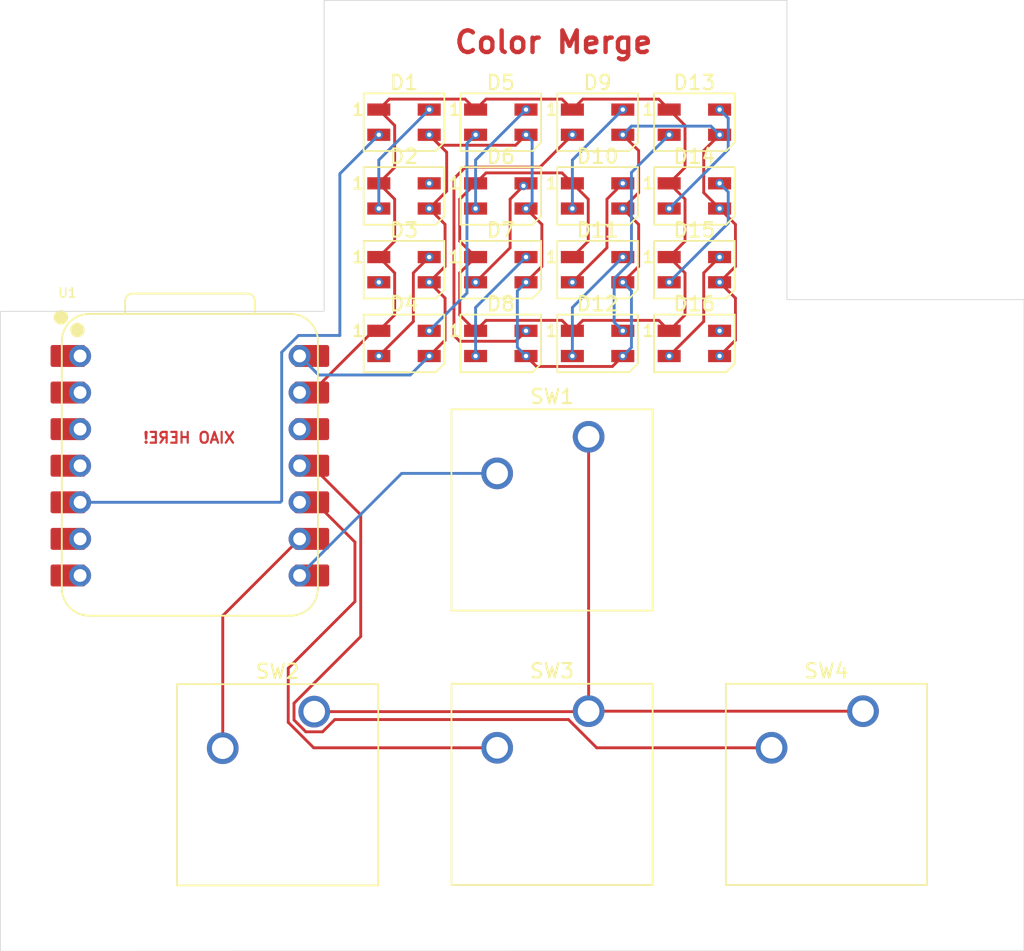
<source format=kicad_pcb>
(kicad_pcb (version 20241229) (generator "pcbnew") (generator_version "9.0")
  (layers (0 "F.Cu" signal) (2 "B.Cu" signal) (13 "F.Paste" user) (15 "B.Paste" user) (5 "F.SilkS" user "F.Silkscreen") (7 "B.SilkS" user "B.Silkscreen") (1 "F.Mask" user) (3 "B.Mask" user) (25 "Edge.Cuts" user))
  (net 0 "")
  (net 1 "Net-(D1-DIN)")
  (net 2 "Net-(D1-DOUT)")
  (net 3 "+5V")
  (net 4 "GND")
  (net 5 "Net-(U1-GPIO1{slash}RX)")
  (net 6 "Net-(U1-GPIO2{slash}SCK)")
  (net 7 "Net-(U1-GPIO4{slash}MISO)")
  (net 8 "Net-(U1-GPIO3{slash}MOSI)")
  (net 15 "Net-(D2-DOUT)")
  (net 17 "Net-(D3-DOUT)")
  (net 18 "Net-(D4-DOUT)")
  (net 19 "Net-(D5-DOUT)")
  (net 20 "Net-(D6-DOUT)")
  (net 21 "Net-(D7-DOUT)")
  (net 22 "Net-(D8-DOUT)")
  (net 23 "Net-(D10-DIN)")
  (net 24 "Net-(D10-DOUT)")
  (net 25 "Net-(D11-DOUT)")
  (net 26 "Net-(D12-DOUT)")
  (net 27 "Net-(D13-DOUT)")
  (net 28 "Net-(D14-DOUT)")
  (net 29 "Net-(D15-DOUT)")
  (net 30 "unconnected-(D16-DOUT-Pad4)")
  (footprint "LED_SMD:LED_SK6812MINI_PLCC4_3.5x3.5mm_P1.75mm" (layer "F.Cu") (at 97.6215 48.0098)
    (property "Reference" "D3" (at 0 -2.75 0) (layer "F.SilkS"))
    (property "Value" "SK6812")
    (fp_line (start -2.8 -2) (end -2.8 2) (stroke (width 0.12)) (layer "F.SilkS"))
    (fp_line (start -2.8 -2) (end 2.8 -2) (stroke (width 0.12)) (layer "F.SilkS"))
    (fp_line (start -2.8 2) (end 2.2 2) (stroke (width 0.12)) (layer "F.SilkS"))
    (fp_line (start 2.8 1.4) (end 2.2 2) (stroke (width 0.12)) (layer "F.SilkS"))
    (fp_line (start 2.8 1.4) (end 2.8 -2) (stroke (width 0.12)) (layer "F.SilkS"))
    (fp_text user "1" (at -3.2 -0.875 0) (layer "F.SilkS") (effects (font (size 0.8 0.8))))
    (pad "1" smd rect (at -1.75 -0.875) (size 1.6 0.85) (layers "F.Cu" "F.Mask" "F.Paste") (net 4 "GND"))
    (pad "2" smd rect (at -1.75 0.875) (size 1.6 0.85) (layers "F.Cu" "F.Mask" "F.Paste") (net 15 "Net-(D2-DOUT)"))
    (pad "3" smd rect (at 1.75 0.875) (size 1.6 0.85) (layers "F.Cu" "F.Mask" "F.Paste") (net 3 "+5V"))
    (pad "4" smd rect (at 1.75 -0.875) (size 1.6 0.85) (layers "F.Cu" "F.Mask" "F.Paste") (net 17 "Net-(D3-DOUT)"))
  )
  (footprint "LED_SMD:LED_SK6812MINI_PLCC4_3.5x3.5mm_P1.75mm" (layer "F.Cu") (at 97.6215 53.1298)
    (property "Reference" "D4" (at 0 -2.75 0) (layer "F.SilkS"))
    (property "Value" "SK6812")
    (fp_line (start -2.8 -2) (end -2.8 2) (stroke (width 0.12)) (layer "F.SilkS"))
    (fp_line (start -2.8 -2) (end 2.8 -2) (stroke (width 0.12)) (layer "F.SilkS"))
    (fp_line (start -2.8 2) (end 2.2 2) (stroke (width 0.12)) (layer "F.SilkS"))
    (fp_line (start 2.8 1.4) (end 2.2 2) (stroke (width 0.12)) (layer "F.SilkS"))
    (fp_line (start 2.8 1.4) (end 2.8 -2) (stroke (width 0.12)) (layer "F.SilkS"))
    (fp_text user "1" (at -3.2 -0.875 0) (layer "F.SilkS") (effects (font (size 0.8 0.8))))
    (pad "1" smd rect (at -1.75 -0.875) (size 1.6 0.85) (layers "F.Cu" "F.Mask" "F.Paste") (net 4 "GND"))
    (pad "2" smd rect (at -1.75 0.875) (size 1.6 0.85) (layers "F.Cu" "F.Mask" "F.Paste") (net 17 "Net-(D3-DOUT)"))
    (pad "3" smd rect (at 1.75 0.875) (size 1.6 0.85) (layers "F.Cu" "F.Mask" "F.Paste") (net 3 "+5V"))
    (pad "4" smd rect (at 1.75 -0.875) (size 1.6 0.85) (layers "F.Cu" "F.Mask" "F.Paste") (net 18 "Net-(D4-DOUT)"))
  )
  (footprint "OPL:XIAO-RP2040-DIP" (layer "F.Cu") (at 82.7532 61.6204)
    (property "Reference" "U1" (at -8.5 -12 0) (layer "F.SilkS") (effects (font (size 0.635 0.635) (thickness 0.1016))))
    (property "Value" "XIAO-RP2040-DIP")
    (fp_line (start -8.89 8.509) (end -8.89 -8.636) (stroke (width 0.127)) (layer "F.SilkS"))
    (fp_line (start -6.985 10.414) (end 6.985 10.414) (stroke (width 0.127)) (layer "F.SilkS"))
    (fp_line (start -4.495 -10.541) (end -4.491272 -11.451272) (stroke (width 0.127)) (layer "F.SilkS"))
    (fp_line (start -3.991272 -11.951) (end 4.004 -11.951) (stroke (width 0.127)) (layer "F.SilkS"))
    (fp_line (start 4.504 -11.451) (end 4.504 -10.541) (stroke (width 0.127)) (layer "F.SilkS"))
    (fp_line (start 6.985 -10.541) (end -6.985 -10.541) (stroke (width 0.1)) (layer "F.SilkS"))
    (fp_line (start 6.985 -10.541) (end -6.985 -10.541) (stroke (width 0.127)) (layer "F.SilkS"))
    (fp_line (start 8.89 8.509) (end 8.89 -8.636) (stroke (width 0.127)) (layer "F.SilkS"))
    (fp_arc (start -8.89 -8.636) (mid -8.332038 -9.983038) (end -6.985 -10.541) (stroke (width 0.127)) (layer "F.SilkS"))
    (fp_arc (start -6.985 10.414) (mid -8.332038 9.856038) (end -8.89 8.509) (stroke (width 0.127)) (layer "F.SilkS"))
    (fp_arc (start -4.491272 -11.451272) (mid -4.344728 -11.80464) (end -3.991272 -11.951) (stroke (width 0.127)) (layer "F.SilkS"))
    (fp_arc (start 4.004 -11.951) (mid 4.357553 -11.804553) (end 4.504 -11.451) (stroke (width 0.127)) (layer "F.SilkS"))
    (fp_arc (start 6.985 -10.541) (mid 8.332038 -9.983038) (end 8.89 -8.636) (stroke (width 0.127)) (layer "F.SilkS"))
    (fp_arc (start 8.89 8.509) (mid 8.332038 9.856038) (end 6.985 10.414) (stroke (width 0.127)) (layer "F.SilkS"))
    (fp_circle (center -8.95 -10.3) (end -8.95 -10.554) (stroke (width 0.5)) (fill yes) (layer "F.SilkS"))
    (fp_circle (center -7.807 -9.42) (end -7.807 -9.674) (stroke (width 0.5)) (fill yes) (layer "F.SilkS"))
    (pad "1" smd roundrect (at -8.455 -7.62 180) (size 2.432 1.524) (layers "F.Cu" "F.Mask") (roundrect_rratio 0.1))
    (pad "1" thru_hole circle (at -7.62 -7.62 180) (size 1.524 1.524) (drill 0.889) (layers "*.Cu" "*.Mask"))
    (pad "2" smd roundrect (at -8.455 -5.08 180) (size 2.432 1.524) (layers "F.Cu" "F.Mask") (roundrect_rratio 0.1))
    (pad "2" thru_hole circle (at -7.62 -5.08 180) (size 1.524 1.524) (drill 0.889) (layers "*.Cu" "*.Mask"))
    (pad "3" smd roundrect (at -8.455 -2.54 180) (size 2.432 1.524) (layers "F.Cu" "F.Mask") (roundrect_rratio 0.1))
    (pad "3" thru_hole circle (at -7.62 -2.54 180) (size 1.524 1.524) (drill 0.889) (layers "*.Cu" "*.Mask"))
    (pad "4" smd roundrect (at -8.455 0 180) (size 2.432 1.524) (layers "F.Cu" "F.Mask") (roundrect_rratio 0.1))
    (pad "4" thru_hole circle (at -7.62 0 180) (size 1.524 1.524) (drill 0.889) (layers "*.Cu" "*.Mask"))
    (pad "5" smd roundrect (at -8.455 2.54 180) (size 2.432 1.524) (layers "F.Cu" "F.Mask") (roundrect_rratio 0.1) (net 1 "Net-(D1-DIN)"))
    (pad "5" thru_hole circle (at -7.62 2.54 180) (size 1.524 1.524) (drill 0.889) (layers "*.Cu" "*.Mask") (net 1 "Net-(D1-DIN)"))
    (pad "6" smd roundrect (at -8.455 5.08 180) (size 2.432 1.524) (layers "F.Cu" "F.Mask") (roundrect_rratio 0.1))
    (pad "6" thru_hole circle (at -7.62 5.08 180) (size 1.524 1.524) (drill 0.889) (layers "*.Cu" "*.Mask"))
    (pad "7" smd roundrect (at -8.455 7.62 180) (size 2.432 1.524) (layers "F.Cu" "F.Mask") (roundrect_rratio 0.1))
    (pad "7" thru_hole circle (at -7.62 7.62 180) (size 1.524 1.524) (drill 0.889) (layers "*.Cu" "*.Mask"))
    (pad "8" thru_hole circle (at 7.62 7.62) (size 1.524 1.524) (drill 0.889) (layers "*.Cu" "*.Mask") (net 5 "Net-(U1-GPIO1{slash}RX)"))
    (pad "8" smd roundrect (at 8.455 7.62) (size 2.432 1.524) (layers "F.Cu" "F.Mask") (roundrect_rratio 0.1) (net 5 "Net-(U1-GPIO1{slash}RX)"))
    (pad "9" thru_hole circle (at 7.62 5.08) (size 1.524 1.524) (drill 0.889) (layers "*.Cu" "*.Mask") (net 6 "Net-(U1-GPIO2{slash}SCK)"))
    (pad "9" smd roundrect (at 8.455 5.08) (size 2.432 1.524) (layers "F.Cu" "F.Mask") (roundrect_rratio 0.1) (net 6 "Net-(U1-GPIO2{slash}SCK)"))
    (pad "10" thru_hole circle (at 7.62 2.54) (size 1.524 1.524) (drill 0.889) (layers "*.Cu" "*.Mask") (net 7 "Net-(U1-GPIO4{slash}MISO)"))
    (pad "10" smd roundrect (at 8.455 2.54) (size 2.432 1.524) (layers "F.Cu" "F.Mask") (roundrect_rratio 0.1) (net 7 "Net-(U1-GPIO4{slash}MISO)"))
    (pad "11" thru_hole circle (at 7.62 0) (size 1.524 1.524) (drill 0.889) (layers "*.Cu" "*.Mask") (net 8 "Net-(U1-GPIO3{slash}MOSI)"))
    (pad "11" smd roundrect (at 8.455 0) (size 2.432 1.524) (layers "F.Cu" "F.Mask") (roundrect_rratio 0.1) (net 8 "Net-(U1-GPIO3{slash}MOSI)"))
    (pad "12" thru_hole circle (at 7.62 -2.54) (size 1.524 1.524) (drill 0.889) (layers "*.Cu" "*.Mask"))
    (pad "12" smd roundrect (at 8.455 -2.54) (size 2.432 1.524) (layers "F.Cu" "F.Mask") (roundrect_rratio 0.1))
    (pad "13" thru_hole circle (at 7.62 -5.08) (size 1.524 1.524) (drill 0.889) (layers "*.Cu" "*.Mask") (net 4 "GND"))
    (pad "13" smd roundrect (at 8.455 -5.08) (size 2.432 1.524) (layers "F.Cu" "F.Mask") (roundrect_rratio 0.1) (net 4 "GND"))
    (pad "14" thru_hole circle (at 7.62 -7.62) (size 1.524 1.524) (drill 0.889) (layers "*.Cu" "*.Mask") (net 3 "+5V"))
    (pad "14" smd roundrect (at 8.455 -7.62) (size 2.432 1.524) (layers "F.Cu" "F.Mask") (roundrect_rratio 0.1) (net 3 "+5V"))
  )
  (footprint "LED_SMD:LED_SK6812MINI_PLCC4_3.5x3.5mm_P1.75mm" (layer "F.Cu") (at 104.3415 53.1298)
    (property "Reference" "D8" (at 0 -2.75 0) (layer "F.SilkS"))
    (property "Value" "SK6812")
    (fp_line (start -2.8 -2) (end -2.8 2) (stroke (width 0.12)) (layer "F.SilkS"))
    (fp_line (start -2.8 -2) (end 2.8 -2) (stroke (width 0.12)) (layer "F.SilkS"))
    (fp_line (start -2.8 2) (end 2.2 2) (stroke (width 0.12)) (layer "F.SilkS"))
    (fp_line (start 2.8 1.4) (end 2.2 2) (stroke (width 0.12)) (layer "F.SilkS"))
    (fp_line (start 2.8 1.4) (end 2.8 -2) (stroke (width 0.12)) (layer "F.SilkS"))
    (fp_text user "1" (at -3.2 -0.875 0) (layer "F.SilkS") (effects (font (size 0.8 0.8))))
    (pad "1" smd rect (at -1.75 -0.875) (size 1.6 0.85) (layers "F.Cu" "F.Mask" "F.Paste") (net 4 "GND"))
    (pad "2" smd rect (at -1.75 0.875) (size 1.6 0.85) (layers "F.Cu" "F.Mask" "F.Paste") (net 21 "Net-(D7-DOUT)"))
    (pad "3" smd rect (at 1.75 0.875) (size 1.6 0.85) (layers "F.Cu" "F.Mask" "F.Paste") (net 3 "+5V"))
    (pad "4" smd rect (at 1.75 -0.875) (size 1.6 0.85) (layers "F.Cu" "F.Mask" "F.Paste") (net 22 "Net-(D8-DOUT)"))
  )
  (footprint "LED_SMD:LED_SK6812MINI_PLCC4_3.5x3.5mm_P1.75mm" (layer "F.Cu") (at 111.0615 48.0098)
    (property "Reference" "D11" (at 0 -2.75 0) (layer "F.SilkS"))
    (property "Value" "SK6812")
    (fp_line (start -2.8 -2) (end -2.8 2) (stroke (width 0.12)) (layer "F.SilkS"))
    (fp_line (start -2.8 -2) (end 2.8 -2) (stroke (width 0.12)) (layer "F.SilkS"))
    (fp_line (start -2.8 2) (end 2.2 2) (stroke (width 0.12)) (layer "F.SilkS"))
    (fp_line (start 2.8 1.4) (end 2.2 2) (stroke (width 0.12)) (layer "F.SilkS"))
    (fp_line (start 2.8 1.4) (end 2.8 -2) (stroke (width 0.12)) (layer "F.SilkS"))
    (fp_text user "1" (at -3.2 -0.875 0) (layer "F.SilkS") (effects (font (size 0.8 0.8))))
    (pad "1" smd rect (at -1.75 -0.875) (size 1.6 0.85) (layers "F.Cu" "F.Mask" "F.Paste") (net 4 "GND"))
    (pad "2" smd rect (at -1.75 0.875) (size 1.6 0.85) (layers "F.Cu" "F.Mask" "F.Paste") (net 24 "Net-(D10-DOUT)"))
    (pad "3" smd rect (at 1.75 0.875) (size 1.6 0.85) (layers "F.Cu" "F.Mask" "F.Paste") (net 3 "+5V"))
    (pad "4" smd rect (at 1.75 -0.875) (size 1.6 0.85) (layers "F.Cu" "F.Mask" "F.Paste") (net 25 "Net-(D11-DOUT)"))
  )
  (footprint "LED_SMD:LED_SK6812MINI_PLCC4_3.5x3.5mm_P1.75mm" (layer "F.Cu") (at 111.0615 42.8898)
    (property "Reference" "D10" (at 0 -2.75 0) (layer "F.SilkS"))
    (property "Value" "SK6812")
    (fp_line (start -2.8 -2) (end -2.8 2) (stroke (width 0.12)) (layer "F.SilkS"))
    (fp_line (start -2.8 -2) (end 2.8 -2) (stroke (width 0.12)) (layer "F.SilkS"))
    (fp_line (start -2.8 2) (end 2.2 2) (stroke (width 0.12)) (layer "F.SilkS"))
    (fp_line (start 2.8 1.4) (end 2.2 2) (stroke (width 0.12)) (layer "F.SilkS"))
    (fp_line (start 2.8 1.4) (end 2.8 -2) (stroke (width 0.12)) (layer "F.SilkS"))
    (fp_text user "1" (at -3.2 -0.875 0) (layer "F.SilkS") (effects (font (size 0.8 0.8))))
    (pad "1" smd rect (at -1.75 -0.875) (size 1.6 0.85) (layers "F.Cu" "F.Mask" "F.Paste") (net 4 "GND"))
    (pad "2" smd rect (at -1.75 0.875) (size 1.6 0.85) (layers "F.Cu" "F.Mask" "F.Paste") (net 23 "Net-(D10-DIN)"))
    (pad "3" smd rect (at 1.75 0.875) (size 1.6 0.85) (layers "F.Cu" "F.Mask" "F.Paste") (net 3 "+5V"))
    (pad "4" smd rect (at 1.75 -0.875) (size 1.6 0.85) (layers "F.Cu" "F.Mask" "F.Paste") (net 24 "Net-(D10-DOUT)"))
  )
  (footprint "LED_SMD:LED_SK6812MINI_PLCC4_3.5x3.5mm_P1.75mm" (layer "F.Cu") (at 97.6215 37.7698)
    (property "Reference" "D1" (at 0 -2.75 0) (layer "F.SilkS"))
    (property "Value" "SK6812")
    (fp_line (start -2.8 -2) (end -2.8 2) (stroke (width 0.12)) (layer "F.SilkS"))
    (fp_line (start -2.8 -2) (end 2.8 -2) (stroke (width 0.12)) (layer "F.SilkS"))
    (fp_line (start -2.8 2) (end 2.2 2) (stroke (width 0.12)) (layer "F.SilkS"))
    (fp_line (start 2.8 1.4) (end 2.2 2) (stroke (width 0.12)) (layer "F.SilkS"))
    (fp_line (start 2.8 1.4) (end 2.8 -2) (stroke (width 0.12)) (layer "F.SilkS"))
    (fp_text user "1" (at -3.2 -0.875 0) (layer "F.SilkS") (effects (font (size 0.8 0.8))))
    (pad "1" smd rect (at -1.75 -0.875) (size 1.6 0.85) (layers "F.Cu" "F.Mask" "F.Paste") (net 4 "GND"))
    (pad "2" smd rect (at -1.75 0.875) (size 1.6 0.85) (layers "F.Cu" "F.Mask" "F.Paste") (net 1 "Net-(D1-DIN)"))
    (pad "3" smd rect (at 1.75 0.875) (size 1.6 0.85) (layers "F.Cu" "F.Mask" "F.Paste") (net 3 "+5V"))
    (pad "4" smd rect (at 1.75 -0.875) (size 1.6 0.85) (layers "F.Cu" "F.Mask" "F.Paste") (net 2 "Net-(D1-DOUT)"))
  )
  (footprint "Button_Switch_Keyboard:SW_Cherry_MX_1.00u_PCB" (layer "F.Cu") (at 110.4392 59.6138)
    (property "Reference" "SW1" (at -2.54 -2.794 0) (layer "F.SilkS"))
    (property "Value" "SW_Push")
    (fp_line (start -9.525 -1.905) (end 4.445 -1.905) (stroke (width 0.12)) (layer "F.SilkS"))
    (fp_line (start -9.525 12.065) (end -9.525 -1.905) (stroke (width 0.12)) (layer "F.SilkS"))
    (fp_line (start 4.445 -1.905) (end 4.445 12.065) (stroke (width 0.12)) (layer "F.SilkS"))
    (fp_line (start 4.445 12.065) (end -9.525 12.065) (stroke (width 0.12)) (layer "F.SilkS"))
    (pad "" np_thru_hole circle (at -7.62 5.08) (size 1.7 1.7) (drill 1.7) (layers "*.Cu" "*.Mask"))
    (pad "" np_thru_hole circle (at -2.54 5.08) (size 4 4) (drill 4) (layers "*.Cu" "*.Mask"))
    (pad "" np_thru_hole circle (at 2.54 5.08) (size 1.7 1.7) (drill 1.7) (layers "*.Cu" "*.Mask"))
    (pad "1" thru_hole circle (at 0 0) (size 2.2 2.2) (drill 1.5) (layers "*.Cu" "*.Mask") (net 4 "GND"))
    (pad "2" thru_hole circle (at -6.35 2.54) (size 2.2 2.2) (drill 1.5) (layers "*.Cu" "*.Mask") (net 5 "Net-(U1-GPIO1{slash}RX)"))
  )
  (footprint "Button_Switch_Keyboard:SW_Cherry_MX_1.00u_PCB" (layer "F.Cu") (at 129.4892 78.6638)
    (property "Reference" "SW4" (at -2.54 -2.794 0) (layer "F.SilkS"))
    (property "Value" "SW_Push")
    (fp_line (start -9.525 -1.905) (end 4.445 -1.905) (stroke (width 0.12)) (layer "F.SilkS"))
    (fp_line (start -9.525 12.065) (end -9.525 -1.905) (stroke (width 0.12)) (layer "F.SilkS"))
    (fp_line (start 4.445 -1.905) (end 4.445 12.065) (stroke (width 0.12)) (layer "F.SilkS"))
    (fp_line (start 4.445 12.065) (end -9.525 12.065) (stroke (width 0.12)) (layer "F.SilkS"))
    (pad "" np_thru_hole circle (at -7.62 5.08) (size 1.7 1.7) (drill 1.7) (layers "*.Cu" "*.Mask"))
    (pad "" np_thru_hole circle (at -2.54 5.08) (size 4 4) (drill 4) (layers "*.Cu" "*.Mask"))
    (pad "" np_thru_hole circle (at 2.54 5.08) (size 1.7 1.7) (drill 1.7) (layers "*.Cu" "*.Mask"))
    (pad "1" thru_hole circle (at 0 0) (size 2.2 2.2) (drill 1.5) (layers "*.Cu" "*.Mask") (net 4 "GND"))
    (pad "2" thru_hole circle (at -6.35 2.54) (size 2.2 2.2) (drill 1.5) (layers "*.Cu" "*.Mask") (net 8 "Net-(U1-GPIO3{slash}MOSI)"))
  )
  (footprint "LED_SMD:LED_SK6812MINI_PLCC4_3.5x3.5mm_P1.75mm" (layer "F.Cu") (at 117.7815 48.0098)
    (property "Reference" "D15" (at 0 -2.75 0) (layer "F.SilkS"))
    (property "Value" "SK6812")
    (fp_line (start -2.8 -2) (end -2.8 2) (stroke (width 0.12)) (layer "F.SilkS"))
    (fp_line (start -2.8 -2) (end 2.8 -2) (stroke (width 0.12)) (layer "F.SilkS"))
    (fp_line (start -2.8 2) (end 2.2 2) (stroke (width 0.12)) (layer "F.SilkS"))
    (fp_line (start 2.8 1.4) (end 2.2 2) (stroke (width 0.12)) (layer "F.SilkS"))
    (fp_line (start 2.8 1.4) (end 2.8 -2) (stroke (width 0.12)) (layer "F.SilkS"))
    (fp_text user "1" (at -3.2 -0.875 0) (layer "F.SilkS") (effects (font (size 0.8 0.8))))
    (pad "1" smd rect (at -1.75 -0.875) (size 1.6 0.85) (layers "F.Cu" "F.Mask" "F.Paste") (net 4 "GND"))
    (pad "2" smd rect (at -1.75 0.875) (size 1.6 0.85) (layers "F.Cu" "F.Mask" "F.Paste") (net 28 "Net-(D14-DOUT)"))
    (pad "3" smd rect (at 1.75 0.875) (size 1.6 0.85) (layers "F.Cu" "F.Mask" "F.Paste") (net 3 "+5V"))
    (pad "4" smd rect (at 1.75 -0.875) (size 1.6 0.85) (layers "F.Cu" "F.Mask" "F.Paste") (net 29 "Net-(D15-DOUT)"))
  )
  (footprint "LED_SMD:LED_SK6812MINI_PLCC4_3.5x3.5mm_P1.75mm" (layer "F.Cu") (at 117.7815 37.7698)
    (property "Reference" "D13" (at 0 -2.75 0) (layer "F.SilkS"))
    (property "Value" "SK6812")
    (fp_line (start -2.8 -2) (end -2.8 2) (stroke (width 0.12)) (layer "F.SilkS"))
    (fp_line (start -2.8 -2) (end 2.8 -2) (stroke (width 0.12)) (layer "F.SilkS"))
    (fp_line (start -2.8 2) (end 2.2 2) (stroke (width 0.12)) (layer "F.SilkS"))
    (fp_line (start 2.8 1.4) (end 2.2 2) (stroke (width 0.12)) (layer "F.SilkS"))
    (fp_line (start 2.8 1.4) (end 2.8 -2) (stroke (width 0.12)) (layer "F.SilkS"))
    (fp_text user "1" (at -3.2 -0.875 0) (layer "F.SilkS") (effects (font (size 0.8 0.8))))
    (pad "1" smd rect (at -1.75 -0.875) (size 1.6 0.85) (layers "F.Cu" "F.Mask" "F.Paste") (net 4 "GND"))
    (pad "2" smd rect (at -1.75 0.875) (size 1.6 0.85) (layers "F.Cu" "F.Mask" "F.Paste") (net 26 "Net-(D12-DOUT)"))
    (pad "3" smd rect (at 1.75 0.875) (size 1.6 0.85) (layers "F.Cu" "F.Mask" "F.Paste") (net 3 "+5V"))
    (pad "4" smd rect (at 1.75 -0.875) (size 1.6 0.85) (layers "F.Cu" "F.Mask" "F.Paste") (net 27 "Net-(D13-DOUT)"))
  )
  (footprint "Button_Switch_Keyboard:SW_Cherry_MX_1.00u_PCB" (layer "F.Cu") (at 110.4392 78.6638)
    (property "Reference" "SW3" (at -2.54 -2.794 0) (layer "F.SilkS"))
    (property "Value" "SW_Push")
    (fp_line (start -9.525 -1.905) (end 4.445 -1.905) (stroke (width 0.12)) (layer "F.SilkS"))
    (fp_line (start -9.525 12.065) (end -9.525 -1.905) (stroke (width 0.12)) (layer "F.SilkS"))
    (fp_line (start 4.445 -1.905) (end 4.445 12.065) (stroke (width 0.12)) (layer "F.SilkS"))
    (fp_line (start 4.445 12.065) (end -9.525 12.065) (stroke (width 0.12)) (layer "F.SilkS"))
    (pad "" np_thru_hole circle (at -7.62 5.08) (size 1.7 1.7) (drill 1.7) (layers "*.Cu" "*.Mask"))
    (pad "" np_thru_hole circle (at -2.54 5.08) (size 4 4) (drill 4) (layers "*.Cu" "*.Mask"))
    (pad "" np_thru_hole circle (at 2.54 5.08) (size 1.7 1.7) (drill 1.7) (layers "*.Cu" "*.Mask"))
    (pad "1" thru_hole circle (at 0 0) (size 2.2 2.2) (drill 1.5) (layers "*.Cu" "*.Mask") (net 4 "GND"))
    (pad "2" thru_hole circle (at -6.35 2.54) (size 2.2 2.2) (drill 1.5) (layers "*.Cu" "*.Mask") (net 7 "Net-(U1-GPIO4{slash}MISO)"))
  )
  (footprint "LED_SMD:LED_SK6812MINI_PLCC4_3.5x3.5mm_P1.75mm" (layer "F.Cu") (at 104.3415 37.7698)
    (property "Reference" "D5" (at 0 -2.75 0) (layer "F.SilkS"))
    (property "Value" "SK6812")
    (fp_line (start -2.8 -2) (end -2.8 2) (stroke (width 0.12)) (layer "F.SilkS"))
    (fp_line (start -2.8 -2) (end 2.8 -2) (stroke (width 0.12)) (layer "F.SilkS"))
    (fp_line (start -2.8 2) (end 2.2 2) (stroke (width 0.12)) (layer "F.SilkS"))
    (fp_line (start 2.8 1.4) (end 2.2 2) (stroke (width 0.12)) (layer "F.SilkS"))
    (fp_line (start 2.8 1.4) (end 2.8 -2) (stroke (width 0.12)) (layer "F.SilkS"))
    (fp_text user "1" (at -3.2 -0.875 0) (layer "F.SilkS") (effects (font (size 0.8 0.8))))
    (pad "1" smd rect (at -1.75 -0.875) (size 1.6 0.85) (layers "F.Cu" "F.Mask" "F.Paste") (net 4 "GND"))
    (pad "2" smd rect (at -1.75 0.875) (size 1.6 0.85) (layers "F.Cu" "F.Mask" "F.Paste") (net 18 "Net-(D4-DOUT)"))
    (pad "3" smd rect (at 1.75 0.875) (size 1.6 0.85) (layers "F.Cu" "F.Mask" "F.Paste") (net 3 "+5V"))
    (pad "4" smd rect (at 1.75 -0.875) (size 1.6 0.85) (layers "F.Cu" "F.Mask" "F.Paste") (net 19 "Net-(D5-DOUT)"))
  )
  (footprint "LED_SMD:LED_SK6812MINI_PLCC4_3.5x3.5mm_P1.75mm" (layer "F.Cu") (at 117.7815 53.1298)
    (property "Reference" "D16" (at 0 -2.75 0) (layer "F.SilkS"))
    (property "Value" "SK6812")
    (fp_line (start -2.8 -2) (end -2.8 2) (stroke (width 0.12)) (layer "F.SilkS"))
    (fp_line (start -2.8 -2) (end 2.8 -2) (stroke (width 0.12)) (layer "F.SilkS"))
    (fp_line (start -2.8 2) (end 2.2 2) (stroke (width 0.12)) (layer "F.SilkS"))
    (fp_line (start 2.8 1.4) (end 2.2 2) (stroke (width 0.12)) (layer "F.SilkS"))
    (fp_line (start 2.8 1.4) (end 2.8 -2) (stroke (width 0.12)) (layer "F.SilkS"))
    (fp_text user "1" (at -3.2 -0.875 0) (layer "F.SilkS") (effects (font (size 0.8 0.8))))
    (pad "1" smd rect (at -1.75 -0.875) (size 1.6 0.85) (layers "F.Cu" "F.Mask" "F.Paste") (net 4 "GND"))
    (pad "2" smd rect (at -1.75 0.875) (size 1.6 0.85) (layers "F.Cu" "F.Mask" "F.Paste") (net 29 "Net-(D15-DOUT)"))
    (pad "3" smd rect (at 1.75 0.875) (size 1.6 0.85) (layers "F.Cu" "F.Mask" "F.Paste") (net 3 "+5V"))
    (pad "4" smd rect (at 1.75 -0.875) (size 1.6 0.85) (layers "F.Cu" "F.Mask" "F.Paste") (net 30 "unconnected-(D16-DOUT-Pad4)"))
  )
  (footprint "LED_SMD:LED_SK6812MINI_PLCC4_3.5x3.5mm_P1.75mm" (layer "F.Cu") (at 117.7815 42.8898)
    (property "Reference" "D14" (at 0 -2.75 0) (layer "F.SilkS"))
    (property "Value" "SK6812")
    (fp_line (start -2.8 -2) (end -2.8 2) (stroke (width 0.12)) (layer "F.SilkS"))
    (fp_line (start -2.8 -2) (end 2.8 -2) (stroke (width 0.12)) (layer "F.SilkS"))
    (fp_line (start -2.8 2) (end 2.2 2) (stroke (width 0.12)) (layer "F.SilkS"))
    (fp_line (start 2.8 1.4) (end 2.2 2) (stroke (width 0.12)) (layer "F.SilkS"))
    (fp_line (start 2.8 1.4) (end 2.8 -2) (stroke (width 0.12)) (layer "F.SilkS"))
    (fp_text user "1" (at -3.2 -0.875 0) (layer "F.SilkS") (effects (font (size 0.8 0.8))))
    (pad "1" smd rect (at -1.75 -0.875) (size 1.6 0.85) (layers "F.Cu" "F.Mask" "F.Paste") (net 4 "GND"))
    (pad "2" smd rect (at -1.75 0.875) (size 1.6 0.85) (layers "F.Cu" "F.Mask" "F.Paste") (net 27 "Net-(D13-DOUT)"))
    (pad "3" smd rect (at 1.75 0.875) (size 1.6 0.85) (layers "F.Cu" "F.Mask" "F.Paste") (net 3 "+5V"))
    (pad "4" smd rect (at 1.75 -0.875) (size 1.6 0.85) (layers "F.Cu" "F.Mask" "F.Paste") (net 28 "Net-(D14-DOUT)"))
  )
  (footprint "LED_SMD:LED_SK6812MINI_PLCC4_3.5x3.5mm_P1.75mm" (layer "F.Cu") (at 104.3415 48.0098)
    (property "Reference" "D7" (at 0 -2.75 0) (layer "F.SilkS"))
    (property "Value" "SK6812")
    (fp_line (start -2.8 -2) (end -2.8 2) (stroke (width 0.12)) (layer "F.SilkS"))
    (fp_line (start -2.8 -2) (end 2.8 -2) (stroke (width 0.12)) (layer "F.SilkS"))
    (fp_line (start -2.8 2) (end 2.2 2) (stroke (width 0.12)) (layer "F.SilkS"))
    (fp_line (start 2.8 1.4) (end 2.2 2) (stroke (width 0.12)) (layer "F.SilkS"))
    (fp_line (start 2.8 1.4) (end 2.8 -2) (stroke (width 0.12)) (layer "F.SilkS"))
    (fp_text user "1" (at -3.2 -0.875 0) (layer "F.SilkS") (effects (font (size 0.8 0.8))))
    (pad "1" smd rect (at -1.75 -0.875) (size 1.6 0.85) (layers "F.Cu" "F.Mask" "F.Paste") (net 4 "GND"))
    (pad "2" smd rect (at -1.75 0.875) (size 1.6 0.85) (layers "F.Cu" "F.Mask" "F.Paste") (net 20 "Net-(D6-DOUT)"))
    (pad "3" smd rect (at 1.75 0.875) (size 1.6 0.85) (layers "F.Cu" "F.Mask" "F.Paste") (net 3 "+5V"))
    (pad "4" smd rect (at 1.75 -0.875) (size 1.6 0.85) (layers "F.Cu" "F.Mask" "F.Paste") (net 21 "Net-(D7-DOUT)"))
  )
  (footprint "Button_Switch_Keyboard:SW_Cherry_MX_1.00u_PCB" (layer "F.Cu") (at 91.3867 78.6938)
    (property "Reference" "SW2" (at -2.54 -2.794 0) (layer "F.SilkS"))
    (property "Value" "SW_Push")
    (fp_line (start -9.525 -1.905) (end 4.445 -1.905) (stroke (width 0.12)) (layer "F.SilkS"))
    (fp_line (start -9.525 12.065) (end -9.525 -1.905) (stroke (width 0.12)) (layer "F.SilkS"))
    (fp_line (start 4.445 -1.905) (end 4.445 12.065) (stroke (width 0.12)) (layer "F.SilkS"))
    (fp_line (start 4.445 12.065) (end -9.525 12.065) (stroke (width 0.12)) (layer "F.SilkS"))
    (pad "" np_thru_hole circle (at -7.62 5.08) (size 1.7 1.7) (drill 1.7) (layers "*.Cu" "*.Mask"))
    (pad "" np_thru_hole circle (at -2.54 5.08) (size 4 4) (drill 4) (layers "*.Cu" "*.Mask"))
    (pad "" np_thru_hole circle (at 2.54 5.08) (size 1.7 1.7) (drill 1.7) (layers "*.Cu" "*.Mask"))
    (pad "1" thru_hole circle (at 0 0) (size 2.2 2.2) (drill 1.5) (layers "*.Cu" "*.Mask") (net 4 "GND"))
    (pad "2" thru_hole circle (at -6.35 2.54) (size 2.2 2.2) (drill 1.5) (layers "*.Cu" "*.Mask") (net 6 "Net-(U1-GPIO2{slash}SCK)"))
  )
  (footprint "LED_SMD:LED_SK6812MINI_PLCC4_3.5x3.5mm_P1.75mm" (layer "F.Cu") (at 111.0615 53.1298)
    (property "Reference" "D12" (at 0 -2.75 0) (layer "F.SilkS"))
    (property "Value" "SK6812")
    (fp_line (start -2.8 -2) (end -2.8 2) (stroke (width 0.12)) (layer "F.SilkS"))
    (fp_line (start -2.8 -2) (end 2.8 -2) (stroke (width 0.12)) (layer "F.SilkS"))
    (fp_line (start -2.8 2) (end 2.2 2) (stroke (width 0.12)) (layer "F.SilkS"))
    (fp_line (start 2.8 1.4) (end 2.2 2) (stroke (width 0.12)) (layer "F.SilkS"))
    (fp_line (start 2.8 1.4) (end 2.8 -2) (stroke (width 0.12)) (layer "F.SilkS"))
    (fp_text user "1" (at -3.2 -0.875 0) (layer "F.SilkS") (effects (font (size 0.8 0.8))))
    (pad "1" smd rect (at -1.75 -0.875) (size 1.6 0.85) (layers "F.Cu" "F.Mask" "F.Paste") (net 4 "GND"))
    (pad "2" smd rect (at -1.75 0.875) (size 1.6 0.85) (layers "F.Cu" "F.Mask" "F.Paste") (net 25 "Net-(D11-DOUT)"))
    (pad "3" smd rect (at 1.75 0.875) (size 1.6 0.85) (layers "F.Cu" "F.Mask" "F.Paste") (net 3 "+5V"))
    (pad "4" smd rect (at 1.75 -0.875) (size 1.6 0.85) (layers "F.Cu" "F.Mask" "F.Paste") (net 26 "Net-(D12-DOUT)"))
  )
  (footprint "LED_SMD:LED_SK6812MINI_PLCC4_3.5x3.5mm_P1.75mm" (layer "F.Cu") (at 97.6215 42.8898)
    (property "Reference" "D2" (at 0 -2.75 0) (layer "F.SilkS"))
    (property "Value" "SK6812")
    (fp_line (start -2.8 -2) (end -2.8 2) (stroke (width 0.12)) (layer "F.SilkS"))
    (fp_line (start -2.8 -2) (end 2.8 -2) (stroke (width 0.12)) (layer "F.SilkS"))
    (fp_line (start -2.8 2) (end 2.2 2) (stroke (width 0.12)) (layer "F.SilkS"))
    (fp_line (start 2.8 1.4) (end 2.2 2) (stroke (width 0.12)) (layer "F.SilkS"))
    (fp_line (start 2.8 1.4) (end 2.8 -2) (stroke (width 0.12)) (layer "F.SilkS"))
    (fp_text user "1" (at -3.2 -0.875 0) (layer "F.SilkS") (effects (font (size 0.8 0.8))))
    (pad "1" smd rect (at -1.75 -0.875) (size 1.6 0.85) (layers "F.Cu" "F.Mask" "F.Paste") (net 4 "GND"))
    (pad "2" smd rect (at -1.75 0.875) (size 1.6 0.85) (layers "F.Cu" "F.Mask" "F.Paste") (net 2 "Net-(D1-DOUT)"))
    (pad "3" smd rect (at 1.75 0.875) (size 1.6 0.85) (layers "F.Cu" "F.Mask" "F.Paste") (net 3 "+5V"))
    (pad "4" smd rect (at 1.75 -0.875) (size 1.6 0.85) (layers "F.Cu" "F.Mask" "F.Paste") (net 15 "Net-(D2-DOUT)"))
  )
  (footprint "LED_SMD:LED_SK6812MINI_PLCC4_3.5x3.5mm_P1.75mm" (layer "F.Cu") (at 111.0615 37.7698)
    (property "Reference" "D9" (at 0 -2.75 0) (layer "F.SilkS"))
    (property "Value" "SK6812")
    (fp_line (start -2.8 -2) (end -2.8 2) (stroke (width 0.12)) (layer "F.SilkS"))
    (fp_line (start -2.8 -2) (end 2.8 -2) (stroke (width 0.12)) (layer "F.SilkS"))
    (fp_line (start -2.8 2) (end 2.2 2) (stroke (width 0.12)) (layer "F.SilkS"))
    (fp_line (start 2.8 1.4) (end 2.2 2) (stroke (width 0.12)) (layer "F.SilkS"))
    (fp_line (start 2.8 1.4) (end 2.8 -2) (stroke (width 0.12)) (layer "F.SilkS"))
    (fp_text user "1" (at -3.2 -0.875 0) (layer "F.SilkS") (effects (font (size 0.8 0.8))))
    (pad "1" smd rect (at -1.75 -0.875) (size 1.6 0.85) (layers "F.Cu" "F.Mask" "F.Paste") (net 4 "GND"))
    (pad "2" smd rect (at -1.75 0.875) (size 1.6 0.85) (layers "F.Cu" "F.Mask" "F.Paste") (net 22 "Net-(D8-DOUT)"))
    (pad "3" smd rect (at 1.75 0.875) (size 1.6 0.85) (layers "F.Cu" "F.Mask" "F.Paste") (net 3 "+5V"))
    (pad "4" smd rect (at 1.75 -0.875) (size 1.6 0.85) (layers "F.Cu" "F.Mask" "F.Paste") (net 23 "Net-(D10-DIN)"))
  )
  (footprint "LED_SMD:LED_SK6812MINI_PLCC4_3.5x3.5mm_P1.75mm" (layer "F.Cu") (at 104.3415 42.8898)
    (property "Reference" "D6" (at 0 -2.75 0) (layer "F.SilkS"))
    (property "Value" "SK6812")
    (fp_line (start -2.8 -2) (end -2.8 2) (stroke (width 0.12)) (layer "F.SilkS"))
    (fp_line (start -2.8 -2) (end 2.8 -2) (stroke (width 0.12)) (layer "F.SilkS"))
    (fp_line (start -2.8 2) (end 2.2 2) (stroke (width 0.12)) (layer "F.SilkS"))
    (fp_line (start 2.8 1.4) (end 2.2 2) (stroke (width 0.12)) (layer "F.SilkS"))
    (fp_line (start 2.8 1.4) (end 2.8 -2) (stroke (width 0.12)) (layer "F.SilkS"))
    (fp_text user "1" (at -3.2 -0.875 0) (layer "F.SilkS") (effects (font (size 0.8 0.8))))
    (pad "1" smd rect (at -1.75 -0.875) (size 1.6 0.85) (layers "F.Cu" "F.Mask" "F.Paste") (net 4 "GND"))
    (pad "2" smd rect (at -1.75 0.875) (size 1.6 0.85) (layers "F.Cu" "F.Mask" "F.Paste") (net 19 "Net-(D5-DOUT)"))
    (pad "3" smd rect (at 1.75 0.875) (size 1.6 0.85) (layers "F.Cu" "F.Mask" "F.Paste") (net 3 "+5V"))
    (pad "4" smd rect (at 1.75 -0.875) (size 1.6 0.85) (layers "F.Cu" "F.Mask" "F.Paste") (net 20 "Net-(D6-DOUT)"))
  )
  (gr_poly (pts (xy 69.597 50.9016) (xy 92.075 50.9016) (xy 92.075 29.3116) (xy 124.206 29.3116) (xy 124.206 50.0888) (xy 140.6652 50.0888) (xy 140.6652 95.3008) (xy 69.597 95.3262)) (stroke (width 0.05)) (fill no) (layer "Edge.Cuts"))
  (gr_text "XIAO HERE!" (at 85.9536 60.1218 0) (layer "F.Cu") (effects (font (size 0.75 0.75) (thickness 0.15) (bold yes)) (justify left bottom mirror)))
  (gr_text "Color Merge" (at 100.9904 33.0962 0) (layer "F.Cu") (effects (font (size 1.5 1.5) (thickness 0.3) (bold yes)) (justify left bottom)))
  (segment (start 75.1332 64.1604) (end 74.4982 64.1604) (width 0.2) (layer "F.Cu") (net 1))
  (via (at 95.8715 38.6448) (size 0.6) (drill 0.3) (layers "F.Cu" "B.Cu") (net 1))
  (segment (start 89.1286 64.0588) (end 89.1286 53.74169) (width 0.2) (layer "B.Cu") (net 1))
  (segment (start 89.1286 53.74169) (end 90.29229 52.578) (width 0.2) (layer "B.Cu") (net 1))
  (segment (start 89.027 64.1604) (end 89.1286 64.0588) (width 0.2) (layer "B.Cu") (net 1))
  (segment (start 90.29229 52.578) (end 93.1672 52.578) (width 0.2) (layer "B.Cu") (net 1))
  (segment (start 75.1332 64.1604) (end 89.027 64.1604) (width 0.2) (layer "B.Cu") (net 1))
  (segment (start 93.1672 52.578) (end 93.1672 41.3491) (width 0.2) (layer "B.Cu") (net 1))
  (segment (start 93.1672 41.3491) (end 95.8715 38.6448) (width 0.2) (layer "B.Cu") (net 1))
  (via (at 99.3715 36.8948) (size 0.6) (drill 0.3) (layers "F.Cu" "B.Cu") (net 2))
  (via (at 95.8715 43.7648) (size 0.6) (drill 0.3) (layers "F.Cu" "B.Cu") (net 2))
  (segment (start 95.8715 43.7648) (end 95.8715 40.3948) (width 0.2) (layer "B.Cu") (net 2))
  (segment (start 95.8715 40.3948) (end 99.3715 36.8948) (width 0.2) (layer "B.Cu") (net 2))
  (segment (start 107.1925 47.7838) (end 106.0915 48.8848) (width 0.2) (layer "F.Cu") (net 3))
  (segment (start 105.3655 39.3708) (end 106.0915 38.6448) (width 0.2) (layer "F.Cu") (net 3))
  (segment (start 106.8175 54.7308) (end 112.0855 54.7308) (width 0.2) (layer "F.Cu") (net 3))
  (segment (start 100.584 39.8573) (end 99.3715 38.6448) (width 0.2) (layer "F.Cu") (net 3))
  (segment (start 100.0975 39.3708) (end 105.3655 39.3708) (width 0.2) (layer "F.Cu") (net 3))
  (segment (start 99.3715 54.0048) (end 100.4725 52.9038) (width 0.2) (layer "F.Cu") (net 3))
  (segment (start 107.1925 44.8658) (end 107.1925 47.7838) (width 0.2) (layer "F.Cu") (net 3))
  (segment (start 100.4725 49.9858) (end 99.3715 48.8848) (width 0.2) (layer "F.Cu") (net 3))
  (segment (start 100.584 42.5523) (end 100.584 39.8573) (width 0.2) (layer "F.Cu") (net 3))
  (segment (start 113.9125 42.6638) (end 113.9125 39.7458) (width 0.2) (layer "F.Cu") (net 3))
  (segment (start 118.4305 42.6638) (end 119.5315 43.7648) (width 0.2) (layer "F.Cu") (net 3))
  (segment (start 119.5315 48.8848) (end 120.6325 49.9858) (width 0.2) (layer "F.Cu") (net 3))
  (segment (start 118.4305 39.7458) (end 118.4305 42.6638) (width 0.2) (layer "F.Cu") (net 3))
  (segment (start 99.3715 43.7648) (end 100.584 42.5523) (width 0.2) (layer "F.Cu") (net 3))
  (segment (start 113.9125 47.7838) (end 113.9125 44.8658) (width 0.2) (layer "F.Cu") (net 3))
  (segment (start 113.9125 39.7458) (end 112.8115 38.6448) (width 0.2) (layer "F.Cu") (net 3))
  (segment (start 120.6325 44.8658) (end 120.6325 47.7838) (width 0.2) (layer "F.Cu") (net 3))
  (segment (start 113.9125 44.8658) (end 112.8115 43.7648) (width 0.2) (layer "F.Cu") (net 3))
  (segment (start 100.4725 47.7838) (end 100.4725 44.8658) (width 0.2) (layer "F.Cu") (net 3))
  (segment (start 112.8115 48.8848) (end 113.9125 47.7838) (width 0.2) (layer "F.Cu") (net 3))
  (segment (start 100.4725 44.8658) (end 99.3715 43.7648) (width 0.2) (layer "F.Cu") (net 3))
  (segment (start 120.6325 49.9858) (end 120.6325 52.9038) (width 0.2) (layer "F.Cu") (net 3))
  (segment (start 99.3715 38.6448) (end 100.0975 39.3708) (width 0.2) (layer "F.Cu") (net 3))
  (segment (start 106.0915 43.7648) (end 107.1925 44.8658) (width 0.2) (layer "F.Cu") (net 3))
  (segment (start 112.0855 54.7308) (end 112.8115 54.0048) (width 0.2) (layer "F.Cu") (net 3))
  (segment (start 99.3715 48.8848) (end 100.4725 47.7838) (width 0.2) (layer "F.Cu") (net 3))
  (segment (start 120.6325 47.7838) (end 119.5315 48.8848) (width 0.2) (layer "F.Cu") (net 3))
  (segment (start 120.6325 52.9038) (end 119.5315 54.0048) (width 0.2) (layer "F.Cu") (net 3))
  (segment (start 119.5315 43.7648) (end 120.6325 44.8658) (width 0.2) (layer "F.Cu") (net 3))
  (segment (start 100.4725 52.9038) (end 100.4725 49.9858) (width 0.2) (layer "F.Cu") (net 3))
  (segment (start 119.5315 38.6448) (end 118.4305 39.7458) (width 0.2) (layer "F.Cu") (net 3))
  (segment (start 106.0915 54.0048) (end 106.8175 54.7308) (width 0.2) (layer "F.Cu") (net 3))
  (segment (start 112.8115 43.7648) (end 113.9125 42.6638) (width 0.2) (layer "F.Cu") (net 3))
  (via (at 106.0915 38.6448) (size 0.6) (drill 0.3) (layers "F.Cu" "B.Cu") (net 3))
  (via (at 99.3715 38.6448) (size 0.6) (drill 0.3) (layers "F.Cu" "B.Cu") (net 3))
  (via (at 99.3715 48.8848) (size 0.6) (drill 0.3) (layers "F.Cu" "B.Cu") (net 3))
  (via (at 106.0915 43.7648) (size 0.6) (drill 0.3) (layers "F.Cu" "B.Cu") (net 3))
  (via (at 119.5315 48.8848) (size 0.6) (drill 0.3) (layers "F.Cu" "B.Cu") (net 3))
  (via (at 119.5315 54.0048) (size 0.6) (drill 0.3) (layers "F.Cu" "B.Cu") (net 3))
  (via (at 106.0915 54.0048) (size 0.6) (drill 0.3) (layers "F.Cu" "B.Cu") (net 3))
  (via (at 112.8115 54.0048) (size 0.6) (drill 0.3) (layers "F.Cu" "B.Cu") (net 3))
  (via (at 112.8115 48.8848) (size 0.6) (drill 0.3) (layers "F.Cu" "B.Cu") (net 3))
  (via (at 99.3715 54.0048) (size 0.6) (drill 0.3) (layers "F.Cu" "B.Cu") (net 3))
  (via (at 119.5315 38.6448) (size 0.6) (drill 0.3) (layers "F.Cu" "B.Cu") (net 3))
  (via (at 99.3715 43.7648) (size 0.6) (drill 0.3) (layers "F.Cu" "B.Cu") (net 3))
  (via (at 106.0915 48.8848) (size 0.6) (drill 0.3) (layers "F.Cu" "B.Cu") (net 3))
  (via (at 112.8115 38.6448) (size 0.6) (drill 0.3) (layers "F.Cu" "B.Cu") (net 3))
  (via (at 112.8115 43.7648) (size 0.6) (drill 0.3) (layers "F.Cu" "B.Cu") (net 3))
  (via (at 119.5315 43.7648) (size 0.6) (drill 0.3) (layers "F.Cu" "B.Cu") (net 3))
  (segment (start 90.3732 54.0004) (end 91.694 55.3212) (width 0.2) (layer "B.Cu") (net 3))
  (segment (start 113.4125 49.4858) (end 112.8115 48.8848) (width 0.2) (layer "B.Cu") (net 3))
  (segment (start 112.8115 38.6448) (end 113.4125 38.0438) (width 0.2) (layer "B.Cu") (net 3))
  (segment (start 105.4905 53.4038) (end 106.0915 54.0048) (width 0.2) (layer "B.Cu") (net 3))
  (segment (start 118.9305 38.0438) (end 119.5315 38.6448) (width 0.2) (layer "B.Cu") (net 3))
  (segment (start 106.51845 43.33785) (end 106.0915 43.7648) (width 0.2) (layer "B.Cu") (net 3))
  (segment (start 112.8115 54.0048) (end 113.4125 53.4038) (width 0.2) (layer "B.Cu") (net 3))
  (segment (start 113.4125 38.0438) (end 118.9305 38.0438) (width 0.2) (layer "B.Cu") (net 3))
  (segment (start 113.4125 53.4038) (end 113.4125 49.4858) (width 0.2) (layer "B.Cu") (net 3))
  (segment (start 105.4905 49.4858) (end 105.4905 53.4038) (width 0.2) (layer "B.Cu") (net 3))
  (segment (start 98.0551 55.3212) (end 99.3715 54.0048) (width 0.2) (layer "B.Cu") (net 3))
  (segment (start 106.51845 39.07175) (end 106.51845 43.33785) (width 0.2) (layer "B.Cu") (net 3))
  (segment (start 91.694 55.3212) (end 98.0551 55.3212) (width 0.2) (layer "B.Cu") (net 3))
  (segment (start 106.0915 38.6448) (end 106.51845 39.07175) (width 0.2) (layer "B.Cu") (net 3))
  (segment (start 106.0915 48.8848) (end 105.4905 49.4858) (width 0.2) (layer "B.Cu") (net 3))
  (segment (start 102.5915 52.2548) (end 101.4905 51.1538) (width 0.2) (layer "F.Cu") (net 4))
  (segment (start 109.3115 52.2548) (end 108.5855 51.5288) (width 0.2) (layer "F.Cu") (net 4))
  (segment (start 96.9725 43.1158) (end 95.8715 42.0148) (width 0.2) (layer "F.Cu") (net 4))
  (segment (start 101.8655 36.1688) (end 102.5915 36.8948) (width 0.2) (layer "F.Cu") (net 4))
  (segment (start 95.8715 47.1348) (end 96.9725 46.0338) (width 0.2) (layer "F.Cu") (net 4))
  (segment (start 102.5915 42.0148) (end 103.3175 41.2888) (width 0.2) (layer "F.Cu") (net 4))
  (segment (start 110.4392 78.6638) (end 129.4892 78.6638) (width 0.2) (layer "F.Cu") (net 4))
  (segment (start 95.8715 36.8948) (end 96.5975 36.1688) (width 0.2) (layer "F.Cu") (net 4))
  (segment (start 116.0315 42.0148) (end 117.1325 43.1158) (width 0.2) (layer "F.Cu") (net 4))
  (segment (start 95.4938 52.2548) (end 95.8715 52.2548) (width 0.2) (layer "F.Cu") (net 4))
  (segment (start 103.3175 41.2888) (end 108.5855 41.2888) (width 0.2) (layer "F.Cu") (net 4))
  (segment (start 117.1325 40.9138) (end 116.0315 42.0148) (width 0.2) (layer "F.Cu") (net 4))
  (segment (start 108.5855 36.1688) (end 109.3115 36.8948) (width 0.2) (layer "F.Cu") (net 4))
  (segment (start 116.0315 36.8948) (end 117.1325 37.9958) (width 0.2) (layer "F.Cu") (net 4))
  (segment (start 117.1325 46.0338) (end 116.0315 47.1348) (width 0.2) (layer "F.Cu") (net 4))
  (segment (start 95.8715 52.2548) (end 96.9725 51.1538) (width 0.2) (layer "F.Cu") (net 4))
  (segment (start 103.3175 36.1688) (end 108.5855 36.1688) (width 0.2) (layer "F.Cu") (net 4))
  (segment (start 96.5975 36.1688) (end 101.8655 36.1688) (width 0.2) (layer "F.Cu") (net 4))
  (segment (start 110.4125 43.1158) (end 110.4125 46.0338) (width 0.2) (layer "F.Cu") (net 4))
  (segment (start 117.1325 43.1158) (end 117.1325 46.0338) (width 0.2) (layer "F.Cu") (net 4))
  (segment (start 101.4905 51.1538) (end 101.4905 48.2358) (width 0.2) (layer "F.Cu") (net 4))
  (segment (start 110.0375 36.1688) (end 115.3055 36.1688) (width 0.2) (layer "F.Cu") (net 4))
  (segment (start 96.9725 48.2358) (end 95.8715 47.1348) (width 0.2) (layer "F.Cu") (net 4))
  (segment (start 102.5915 47.1348) (end 101.4905 46.0338) (width 0.2) (layer "F.Cu") (net 4))
  (segment (start 109.3115 36.8948) (end 110.0375 36.1688) (width 0.2) (layer "F.Cu") (net 4))
  (segment (start 116.0315 52.2548) (end 115.3055 51.5288) (width 0.2) (layer "F.Cu") (net 4))
  (segment (start 96.9725 37.9958) (end 95.8715 36.8948) (width 0.2) (layer "F.Cu") (net 4))
  (segment (start 108.5855 51.5288) (end 103.3175 51.5288) (width 0.2) (layer "F.Cu") (net 4))
  (segment (start 91.2082 56.5404) (end 95.4938 52.2548) (width 0.2) (layer "F.Cu") (net 4))
  (segment (start 102.5915 36.8948) (end 103.3175 36.1688) (width 0.2) (layer "F.Cu") (net 4))
  (segment (start 96.9725 40.9138) (end 96.9725 37.9958) (width 0.2) (layer "F.Cu") (net 4))
  (segment (start 95.8715 42.0148) (end 96.9725 40.9138) (width 0.2) (layer "F.Cu") (net 4))
  (segment (start 101.4905 48.2358) (end 102.5915 47.1348) (width 0.2) (layer "F.Cu") (net 4))
  (segment (start 110.4392 59.6138) (end 110.4392 78.6638) (width 0.2) (layer "F.Cu") (net 4))
  (segment (start 117.1325 51.1538) (end 116.0315 52.2548) (width 0.2) (layer "F.Cu") (net 4))
  (segment (start 101.4905 43.1158) (end 102.5915 42.0148) (width 0.2) (layer "F.Cu") (net 4))
  (segment (start 109.3115 42.0148) (end 110.4125 43.1158) (width 0.2) (layer "F.Cu") (net 4))
  (segment (start 110.4125 46.0338) (end 109.3115 47.1348) (width 0.2) (layer "F.Cu") (net 4))
  (segment (start 101.4905 46.0338) (end 101.4905 43.1158) (width 0.2) (layer "F.Cu") (net 4))
  (segment (start 96.9725 51.1538) (end 96.9725 48.2358) (width 0.2) (layer "F.Cu") (net 4))
  (segment (start 115.3055 51.5288) (end 110.0375 51.5288) (width 0.2) (layer "F.Cu") (net 4))
  (segment (start 117.1325 48.2358) (end 117.1325 51.1538) (width 0.2) (layer "F.Cu") (net 4))
  (segment (start 110.0375 51.5288) (end 109.3115 52.2548) (width 0.2) (layer "F.Cu") (net 4))
  (segment (start 115.3055 36.1688) (end 116.0315 36.8948) (width 0.2) (layer "F.Cu") (net 4))
  (segment (start 91.3867 78.6938) (end 110.4092 78.6938) (width 0.2) (layer "F.Cu") (net 4))
  (segment (start 116.0315 47.1348) (end 117.1325 48.2358) (width 0.2) (layer "F.Cu") (net 4))
  (segment (start 117.1325 37.9958) (end 117.1325 40.9138) (width 0.2) (layer "F.Cu") (net 4))
  (segment (start 110.4092 78.6938) (end 110.4392 78.6638) (width 0.2) (layer "F.Cu") (net 4))
  (segment (start 108.5855 41.2888) (end 109.3115 42.0148) (width 0.2) (layer "F.Cu") (net 4))
  (segment (start 96.9725 46.0338) (end 96.9725 43.1158) (width 0.2) (layer "F.Cu") (net 4))
  (segment (start 103.3175 51.5288) (end 102.5915 52.2548) (width 0.2) (layer "F.Cu") (net 4))
  (segment (start 90.3732 69.2404) (end 97.4598 62.1538) (width 0.2) (layer "B.Cu") (net 5))
  (segment (start 97.4598 62.1538) (end 104.0892 62.1538) (width 0.2) (layer "B.Cu") (net 5))
  (segment (start 85.0367 81.2338) (end 85.0367 72.0369) (width 0.2) (layer "F.Cu") (net 6))
  (segment (start 85.0367 72.0369) (end 90.3732 66.7004) (width 0.2) (layer "F.Cu") (net 6))
  (segment (start 94.2148 71.05) (end 89.5847 75.6801) (width 0.2) (layer "F.Cu") (net 7))
  (segment (start 89.5847 79.440214) (end 91.348286 81.2038) (width 0.2) (layer "F.Cu") (net 7))
  (segment (start 91.45083 64.1604) (end 94.2148 66.92437) (width 0.2) (layer "F.Cu") (net 7))
  (segment (start 89.5847 75.6801) (end 89.5847 79.440214) (width 0.2) (layer "F.Cu") (net 7))
  (segment (start 91.348286 81.2038) (end 104.0892 81.2038) (width 0.2) (layer "F.Cu") (net 7))
  (segment (start 94.2148 66.92437) (end 94.2148 71.05) (width 0.2) (layer "F.Cu") (net 7))
  (segment (start 90.3732 64.1604) (end 91.45083 64.1604) (width 0.2) (layer "F.Cu") (net 7))
  (segment (start 91.967014 80.0948) (end 92.8177 79.244114) (width 0.2) (layer "F.Cu") (net 8))
  (segment (start 90.806386 80.0948) (end 91.967014 80.0948) (width 0.2) (layer "F.Cu") (net 8))
  (segment (start 94.6158 73.483386) (end 89.9857 78.113486) (width 0.2) (layer "F.Cu") (net 8))
  (segment (start 94.6158 65.028) (end 94.6158 73.483386) (width 0.2) (layer "F.Cu") (net 8))
  (segment (start 109.0382 79.244114) (end 110.997886 81.2038) (width 0.2) (layer "F.Cu") (net 8))
  (segment (start 110.997886 81.2038) (end 123.1392 81.2038) (width 0.2) (layer "F.Cu") (net 8))
  (segment (start 89.9857 78.113486) (end 89.9857 79.274114) (width 0.2) (layer "F.Cu") (net 8))
  (segment (start 91.2082 61.6204) (end 94.6158 65.028) (width 0.2) (layer "F.Cu") (net 8))
  (segment (start 92.8177 79.244114) (end 109.0382 79.244114) (width 0.2) (layer "F.Cu") (net 8))
  (segment (start 89.9857 79.274114) (end 90.806386 80.0948) (width 0.2) (layer "F.Cu") (net 8))
  (via (at 99.3715 42.0148) (size 0.6) (drill 0.3) (layers "F.Cu" "B.Cu") (net 15))
  (via (at 95.8715 48.8848) (size 0.6) (drill 0.3) (layers "F.Cu" "B.Cu") (net 15))
  (segment (start 98.2705 48.2358) (end 99.3715 47.1348) (width 0.2) (layer "F.Cu") (net 17))
  (segment (start 95.8715 54.0048) (end 98.2705 51.6058) (width 0.2) (layer "F.Cu") (net 17))
  (segment (start 98.2705 51.6058) (end 98.2705 48.2358) (width 0.2) (layer "F.Cu") (net 17))
  (via (at 95.8715 54.0048) (size 0.6) (drill 0.3) (layers "F.Cu" "B.Cu") (net 17))
  (via (at 99.3715 47.1348) (size 0.6) (drill 0.3) (layers "F.Cu" "B.Cu") (net 17))
  (via (at 102.5915 38.6448) (size 0.6) (drill 0.3) (layers "F.Cu" "B.Cu") (net 18))
  (via (at 99.3715 52.2548) (size 0.6) (drill 0.3) (layers "F.Cu" "B.Cu") (net 18))
  (segment (start 102.5915 38.6448) (end 101.9905 39.2458) (width 0.2) (layer "B.Cu") (net 18))
  (segment (start 101.9905 49.6358) (end 99.3715 52.2548) (width 0.2) (layer "B.Cu") (net 18))
  (segment (start 101.9905 39.2458) (end 101.9905 49.6358) (width 0.2) (layer "B.Cu") (net 18))
  (via (at 106.0915 36.8948) (size 0.6) (drill 0.3) (layers "F.Cu" "B.Cu") (net 19))
  (via (at 102.5915 43.7648) (size 0.6) (drill 0.3) (layers "F.Cu" "B.Cu") (net 19))
  (segment (start 102.5915 43.7648) (end 102.5915 40.3948) (width 0.2) (layer "B.Cu") (net 19))
  (segment (start 102.5915 40.3948) (end 106.0915 36.8948) (width 0.2) (layer "B.Cu") (net 19))
  (segment (start 105.91745 42.18885) (end 106.0915 42.0148) (width 0.2) (layer "F.Cu") (net 20))
  (segment (start 104.9905 46.4858) (end 104.9905 43.1158) (width 0.2) (layer "F.Cu") (net 20))
  (segment (start 102.5915 48.8848) (end 104.9905 46.4858) (width 0.2) (layer "F.Cu") (net 20))
  (segment (start 104.9905 43.1158) (end 105.91745 42.18885) (width 0.2) (layer "F.Cu") (net 20))
  (via (at 105.91745 42.18885) (size 0.6) (drill 0.3) (layers "F.Cu" "B.Cu") (net 20))
  (via (at 102.5915 48.8848) (size 0.6) (drill 0.3) (layers "F.Cu" "B.Cu") (net 20))
  (via (at 102.5915 54.0048) (size 0.6) (drill 0.3) (layers "F.Cu" "B.Cu") (net 21))
  (via (at 106.0915 47.1348) (size 0.6) (drill 0.3) (layers "F.Cu" "B.Cu") (net 21))
  (segment (start 102.5915 50.6348) (end 106.0915 47.1348) (width 0.2) (layer "B.Cu") (net 21))
  (segment (start 102.5915 54.0048) (end 102.5915 50.6348) (width 0.2) (layer "B.Cu") (net 21))
  (segment (start 101.0895 52.5798) (end 101.4905 52.9808) (width 0.2) (layer "F.Cu") (net 22))
  (segment (start 101.0895 41.6898) (end 101.0895 52.5798) (width 0.2) (layer "F.Cu") (net 22))
  (segment (start 105.3655 52.9808) (end 106.0915 52.2548) (width 0.2) (layer "F.Cu") (net 22))
  (segment (start 101.8915 40.8878) (end 101.0895 41.6898) (width 0.2) (layer "F.Cu") (net 22))
  (segment (start 101.4905 52.9808) (end 105.3655 52.9808) (width 0.2) (layer "F.Cu") (net 22))
  (segment (start 109.3115 38.6448) (end 107.0685 40.8878) (width 0.2) (layer "F.Cu") (net 22))
  (segment (start 107.0685 40.8878) (end 101.8915 40.8878) (width 0.2) (layer "F.Cu") (net 22))
  (via (at 106.0915 52.2548) (size 0.6) (drill 0.3) (layers "F.Cu" "B.Cu") (net 22))
  (via (at 109.3115 38.6448) (size 0.6) (drill 0.3) (layers "F.Cu" "B.Cu") (net 22))
  (via (at 109.3115 43.7648) (size 0.6) (drill 0.3) (layers "F.Cu" "B.Cu") (net 23))
  (via (at 112.8115 36.8948) (size 0.6) (drill 0.3) (layers "F.Cu" "B.Cu") (net 23))
  (segment (start 109.3115 40.3948) (end 112.8115 36.8948) (width 0.2) (layer "B.Cu") (net 23))
  (segment (start 109.3115 43.7648) (end 109.3115 40.3948) (width 0.2) (layer "B.Cu") (net 23))
  (segment (start 111.7105 43.1158) (end 112.8115 42.0148) (width 0.2) (layer "F.Cu") (net 24))
  (segment (start 109.3115 48.8848) (end 111.7105 46.4858) (width 0.2) (layer "F.Cu") (net 24))
  (segment (start 111.7105 46.4858) (end 111.7105 43.1158) (width 0.2) (layer "F.Cu") (net 24))
  (via (at 109.3115 48.8848) (size 0.6) (drill 0.3) (layers "F.Cu" "B.Cu") (net 24))
  (via (at 112.8115 42.0148) (size 0.6) (drill 0.3) (layers "F.Cu" "B.Cu") (net 24))
  (via (at 109.3115 54.0048) (size 0.6) (drill 0.3) (layers "F.Cu" "B.Cu") (net 25))
  (via (at 112.8115 47.1348) (size 0.6) (drill 0.3) (layers "F.Cu" "B.Cu") (net 25))
  (segment (start 109.3115 54.0048) (end 109.3115 50.6348) (width 0.2) (layer "B.Cu") (net 25))
  (segment (start 109.3115 50.6348) (end 112.8115 47.1348) (width 0.2) (layer "B.Cu") (net 25))
  (via (at 116.0315 38.6448) (size 0.6) (drill 0.3) (layers "F.Cu" "B.Cu") (net 26))
  (via (at 112.8115 52.2548) (size 0.6) (drill 0.3) (layers "F.Cu" "B.Cu") (net 26))
  (segment (start 113.4125 41.2638) (end 113.4125 47.433857) (width 0.2) (layer "B.Cu") (net 26))
  (segment (start 112.2105 48.635857) (end 112.2105 51.6538) (width 0.2) (layer "B.Cu") (net 26))
  (segment (start 116.0315 38.6448) (end 113.4125 41.2638) (width 0.2) (layer "B.Cu") (net 26))
  (segment (start 112.2105 51.6538) (end 112.8115 52.2548) (width 0.2) (layer "B.Cu") (net 26))
  (segment (start 113.4125 47.433857) (end 112.2105 48.635857) (width 0.2) (layer "B.Cu") (net 26))
  (via (at 119.5315 36.8948) (size 0.6) (drill 0.3) (layers "F.Cu" "B.Cu") (net 27))
  (via (at 116.0315 43.7648) (size 0.6) (drill 0.3) (layers "F.Cu" "B.Cu") (net 27))
  (segment (start 116.0315 43.7648) (end 120.1325 39.6638) (width 0.2) (layer "B.Cu") (net 27))
  (segment (start 120.1325 37.4958) (end 119.5315 36.8948) (width 0.2) (layer "B.Cu") (net 27))
  (segment (start 120.1325 39.6638) (end 120.1325 37.4958) (width 0.2) (layer "B.Cu") (net 27))
  (via (at 119.5315 42.0148) (size 0.6) (drill 0.3) (layers "F.Cu" "B.Cu") (net 28))
  (via (at 116.0315 48.8848) (size 0.6) (drill 0.3) (layers "F.Cu" "B.Cu") (net 28))
  (segment (start 116.0315 48.8848) (end 120.1325 44.7838) (width 0.2) (layer "B.Cu") (net 28))
  (segment (start 120.1325 42.6158) (end 119.5315 42.0148) (width 0.2) (layer "B.Cu") (net 28))
  (segment (start 120.1325 44.7838) (end 120.1325 42.6158) (width 0.2) (layer "B.Cu") (net 28))
  (segment (start 118.4305 48.2358) (end 119.5315 47.1348) (width 0.2) (layer "F.Cu") (net 29))
  (segment (start 118.4305 51.6058) (end 118.4305 48.2358) (width 0.2) (layer "F.Cu") (net 29))
  (segment (start 116.0315 54.0048) (end 118.4305 51.6058) (width 0.2) (layer "F.Cu") (net 29))
  (via (at 116.0315 54.0048) (size 0.6) (drill 0.3) (layers "F.Cu" "B.Cu") (net 29))
  (via (at 119.5315 47.1348) (size 0.6) (drill 0.3) (layers "F.Cu" "B.Cu") (net 29))
  (via (at 119.5315 52.2548) (size 0.6) (drill 0.3) (layers "F.Cu" "B.Cu") (net 30))
)
</source>
